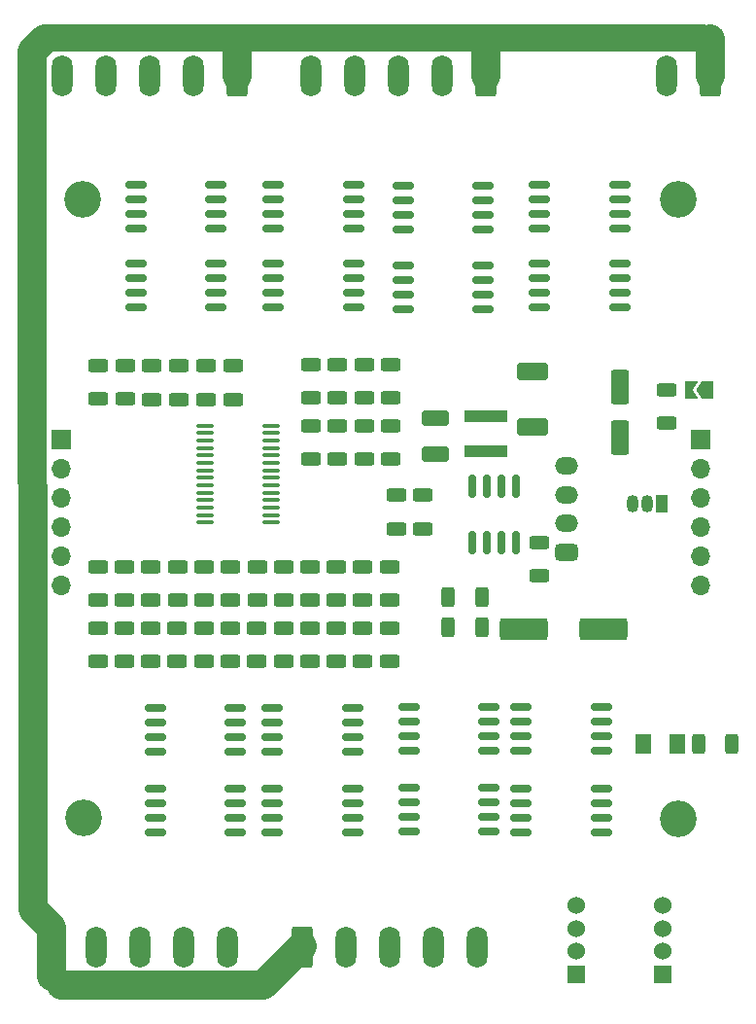
<source format=gts>
G04 #@! TF.GenerationSoftware,KiCad,Pcbnew,8.0.5*
G04 #@! TF.CreationDate,2024-10-29T22:07:05+01:00*
G04 #@! TF.ProjectId,pwm_i2c,70776d5f-6932-4632-9e6b-696361645f70,rev?*
G04 #@! TF.SameCoordinates,Original*
G04 #@! TF.FileFunction,Soldermask,Top*
G04 #@! TF.FilePolarity,Negative*
%FSLAX46Y46*%
G04 Gerber Fmt 4.6, Leading zero omitted, Abs format (unit mm)*
G04 Created by KiCad (PCBNEW 8.0.5) date 2024-10-29 22:07:05*
%MOMM*%
%LPD*%
G01*
G04 APERTURE LIST*
G04 Aperture macros list*
%AMRoundRect*
0 Rectangle with rounded corners*
0 $1 Rounding radius*
0 $2 $3 $4 $5 $6 $7 $8 $9 X,Y pos of 4 corners*
0 Add a 4 corners polygon primitive as box body*
4,1,4,$2,$3,$4,$5,$6,$7,$8,$9,$2,$3,0*
0 Add four circle primitives for the rounded corners*
1,1,$1+$1,$2,$3*
1,1,$1+$1,$4,$5*
1,1,$1+$1,$6,$7*
1,1,$1+$1,$8,$9*
0 Add four rect primitives between the rounded corners*
20,1,$1+$1,$2,$3,$4,$5,0*
20,1,$1+$1,$4,$5,$6,$7,0*
20,1,$1+$1,$6,$7,$8,$9,0*
20,1,$1+$1,$8,$9,$2,$3,0*%
%AMFreePoly0*
4,1,6,1.000000,0.000000,0.500000,-0.750000,-0.500000,-0.750000,-0.500000,0.750000,0.500000,0.750000,1.000000,0.000000,1.000000,0.000000,$1*%
%AMFreePoly1*
4,1,6,0.500000,-0.750000,-0.650000,-0.750000,-0.150000,0.000000,-0.650000,0.750000,0.500000,0.750000,0.500000,-0.750000,0.500000,-0.750000,$1*%
G04 Aperture macros list end*
%ADD10C,2.500000*%
%ADD11C,2.400000*%
%ADD12C,0.100000*%
%ADD13RoundRect,0.150000X-0.800000X-0.150000X0.800000X-0.150000X0.800000X0.150000X-0.800000X0.150000X0*%
%ADD14RoundRect,0.250000X-0.625000X0.312500X-0.625000X-0.312500X0.625000X-0.312500X0.625000X0.312500X0*%
%ADD15R,1.524000X1.524000*%
%ADD16C,1.524000*%
%ADD17RoundRect,0.250000X1.100000X-0.500000X1.100000X0.500000X-1.100000X0.500000X-1.100000X-0.500000X0*%
%ADD18FreePoly0,180.000000*%
%ADD19FreePoly1,180.000000*%
%ADD20R,1.700000X1.700000*%
%ADD21O,1.700000X1.700000*%
%ADD22RoundRect,0.250000X0.650000X1.550000X-0.650000X1.550000X-0.650000X-1.550000X0.650000X-1.550000X0*%
%ADD23O,1.800000X3.600000*%
%ADD24RoundRect,0.250000X0.625000X-0.312500X0.625000X0.312500X-0.625000X0.312500X-0.625000X-0.312500X0*%
%ADD25RoundRect,0.250000X0.312500X0.625000X-0.312500X0.625000X-0.312500X-0.625000X0.312500X-0.625000X0*%
%ADD26RoundRect,0.100000X-0.637500X-0.100000X0.637500X-0.100000X0.637500X0.100000X-0.637500X0.100000X0*%
%ADD27RoundRect,0.250000X-0.650000X-1.550000X0.650000X-1.550000X0.650000X1.550000X-0.650000X1.550000X0*%
%ADD28C,3.200000*%
%ADD29RoundRect,0.150000X0.800000X0.150000X-0.800000X0.150000X-0.800000X-0.150000X0.800000X-0.150000X0*%
%ADD30RoundRect,0.150000X-0.150000X0.825000X-0.150000X-0.825000X0.150000X-0.825000X0.150000X0.825000X0*%
%ADD31RoundRect,0.250000X-0.925000X0.412500X-0.925000X-0.412500X0.925000X-0.412500X0.925000X0.412500X0*%
%ADD32RoundRect,0.250000X0.550000X-1.250000X0.550000X1.250000X-0.550000X1.250000X-0.550000X-1.250000X0*%
%ADD33R,3.700000X1.100000*%
%ADD34R,1.050000X1.500000*%
%ADD35O,1.050000X1.500000*%
%ADD36RoundRect,0.375000X0.625000X-0.375000X0.625000X0.375000X-0.625000X0.375000X-0.625000X-0.375000X0*%
%ADD37O,2.000000X1.500000*%
%ADD38RoundRect,0.250001X-0.462499X-0.624999X0.462499X-0.624999X0.462499X0.624999X-0.462499X0.624999X0*%
%ADD39RoundRect,0.250000X-1.825000X-0.700000X1.825000X-0.700000X1.825000X0.700000X-1.825000X0.700000X0*%
G04 APERTURE END LIST*
D10*
X70700000Y-28300000D02*
X70700000Y-25300000D01*
D11*
X111300000Y-25000000D02*
X54100000Y-25000000D01*
D10*
X52900000Y-26200000D02*
X54000000Y-25100000D01*
X53000000Y-100900000D02*
X54600000Y-102500000D01*
D12*
X54600000Y-25000000D02*
X52900000Y-26400000D01*
D10*
X54600000Y-102500000D02*
X54600000Y-106700000D01*
D12*
X54600000Y-25000000D02*
X53000000Y-26300000D01*
X112100000Y-28500000D02*
X112000000Y-25100000D01*
X54600000Y-106700000D02*
X55400000Y-107500000D01*
D10*
X55400000Y-107500000D02*
X72800000Y-107500000D01*
X52900000Y-26400000D02*
X53000000Y-100800000D01*
X92400000Y-28300000D02*
X92400000Y-25400000D01*
X73000000Y-107500000D02*
X76400000Y-104100000D01*
X112000000Y-28300000D02*
X112000000Y-25100000D01*
D13*
X73900000Y-37830000D03*
X73900000Y-39100000D03*
X73900000Y-40370000D03*
X73900000Y-41640000D03*
X80900000Y-41640000D03*
X80900000Y-40370000D03*
X80900000Y-39100000D03*
X80900000Y-37830000D03*
D14*
X65542855Y-71075000D03*
X65542855Y-74000000D03*
D13*
X97100000Y-37790000D03*
X97100000Y-39060000D03*
X97100000Y-40330000D03*
X97100000Y-41600000D03*
X104100000Y-41600000D03*
X104100000Y-40330000D03*
X104100000Y-39060000D03*
X104100000Y-37790000D03*
D15*
X107850000Y-106550000D03*
D16*
X107850000Y-104550000D03*
X107850000Y-102550000D03*
X107850000Y-100550000D03*
D14*
X67857140Y-71075000D03*
X67857140Y-74000000D03*
D13*
X73900000Y-44700000D03*
X73900000Y-45970000D03*
X73900000Y-47240000D03*
X73900000Y-48510000D03*
X80900000Y-48510000D03*
X80900000Y-47240000D03*
X80900000Y-45970000D03*
X80900000Y-44700000D03*
D14*
X77072720Y-76400000D03*
X77072720Y-79325000D03*
X79381810Y-76400000D03*
X79381810Y-79325000D03*
X86900000Y-64837500D03*
X86900000Y-67762500D03*
X60909090Y-76400000D03*
X60909090Y-79325000D03*
X60960000Y-53537500D03*
X60960000Y-56462500D03*
D17*
X96500000Y-58900000D03*
X96500000Y-54100000D03*
D18*
X111750000Y-55700000D03*
D19*
X110300000Y-55700000D03*
D14*
X70145450Y-76400000D03*
X70145450Y-79325000D03*
X63228570Y-71075000D03*
X63228570Y-74000000D03*
D20*
X55375000Y-59975000D03*
D21*
X55375000Y-62515000D03*
X55375000Y-65055000D03*
X55375000Y-67595000D03*
X55375000Y-70135000D03*
X55375000Y-72675000D03*
D13*
X85700000Y-90300000D03*
X85700000Y-91570000D03*
X85700000Y-92840000D03*
X85700000Y-94110000D03*
X92700000Y-94110000D03*
X92700000Y-92840000D03*
X92700000Y-91570000D03*
X92700000Y-90300000D03*
D14*
X67836360Y-76400000D03*
X67836360Y-79325000D03*
X81690900Y-76400000D03*
X81690900Y-79325000D03*
D22*
X92390000Y-28350000D03*
D23*
X88580000Y-28350000D03*
X84770000Y-28350000D03*
X80960000Y-28350000D03*
X77150000Y-28350000D03*
D24*
X77200000Y-56362500D03*
X77200000Y-53437500D03*
D20*
X111125000Y-59975000D03*
D21*
X111125000Y-62515000D03*
X111125000Y-65055000D03*
X111125000Y-67595000D03*
X111125000Y-70135000D03*
X111125000Y-72675000D03*
D14*
X81700000Y-71075000D03*
X81700000Y-74000000D03*
X63218180Y-76400000D03*
X63218180Y-79325000D03*
D25*
X92062500Y-73700000D03*
X89137500Y-73700000D03*
D26*
X67937500Y-58775000D03*
X67937500Y-59425000D03*
X67937500Y-60075000D03*
X67937500Y-60725000D03*
X67937500Y-61375000D03*
X67937500Y-62025000D03*
X67937500Y-62675000D03*
X67937500Y-63325000D03*
X67937500Y-63975000D03*
X67937500Y-64625000D03*
X67937500Y-65275000D03*
X67937500Y-65925000D03*
X67937500Y-66575000D03*
X67937500Y-67225000D03*
X73662500Y-67225000D03*
X73662500Y-66575000D03*
X73662500Y-65925000D03*
X73662500Y-65275000D03*
X73662500Y-64625000D03*
X73662500Y-63975000D03*
X73662500Y-63325000D03*
X73662500Y-62675000D03*
X73662500Y-62025000D03*
X73662500Y-61375000D03*
X73662500Y-60725000D03*
X73662500Y-60075000D03*
X73662500Y-59425000D03*
X73662500Y-58775000D03*
D27*
X54610000Y-104150000D03*
D23*
X58420000Y-104150000D03*
X62230000Y-104150000D03*
X66040000Y-104150000D03*
X69850000Y-104150000D03*
D14*
X65680000Y-53575000D03*
X65680000Y-56500000D03*
D28*
X109200000Y-39100000D03*
D14*
X68040000Y-53575000D03*
X68040000Y-56500000D03*
X72454540Y-76400000D03*
X72454540Y-79325000D03*
D24*
X81800000Y-61725000D03*
X81800000Y-58800000D03*
D14*
X58600000Y-71075000D03*
X58600000Y-74000000D03*
D29*
X102500000Y-87115000D03*
X102500000Y-85845000D03*
X102500000Y-84575000D03*
X102500000Y-83305000D03*
X95500000Y-83305000D03*
X95500000Y-84575000D03*
X95500000Y-85845000D03*
X95500000Y-87115000D03*
D15*
X100315000Y-106550000D03*
D16*
X100315000Y-104550000D03*
X100315000Y-102550000D03*
X100315000Y-100550000D03*
D13*
X97100000Y-44700000D03*
X97100000Y-45970000D03*
X97100000Y-47240000D03*
X97100000Y-48510000D03*
X104100000Y-48510000D03*
X104100000Y-47240000D03*
X104100000Y-45970000D03*
X104100000Y-44700000D03*
D30*
X95005000Y-64025000D03*
X93735000Y-64025000D03*
X92465000Y-64025000D03*
X91195000Y-64025000D03*
X91195000Y-68975000D03*
X92465000Y-68975000D03*
X93735000Y-68975000D03*
X95005000Y-68975000D03*
D14*
X63320000Y-53575000D03*
X63320000Y-56500000D03*
D24*
X77200000Y-61725000D03*
X77200000Y-58800000D03*
D14*
X72485710Y-71075000D03*
X72485710Y-74000000D03*
D24*
X108200000Y-58562500D03*
X108200000Y-55637500D03*
D14*
X74763630Y-76400000D03*
X74763630Y-79325000D03*
X84000000Y-76400000D03*
X84000000Y-79325000D03*
D29*
X80800000Y-94205000D03*
X80800000Y-92935000D03*
X80800000Y-91665000D03*
X80800000Y-90395000D03*
X73800000Y-90395000D03*
X73800000Y-91665000D03*
X73800000Y-92935000D03*
X73800000Y-94205000D03*
D31*
X88000000Y-58162500D03*
X88000000Y-61237500D03*
D32*
X104100000Y-59800000D03*
X104100000Y-55400000D03*
D24*
X81800000Y-56362500D03*
X81800000Y-53437500D03*
D29*
X80800000Y-87205000D03*
X80800000Y-85935000D03*
X80800000Y-84665000D03*
X80800000Y-83395000D03*
X73800000Y-83395000D03*
X73800000Y-84665000D03*
X73800000Y-85935000D03*
X73800000Y-87205000D03*
D14*
X60914285Y-71075000D03*
X60914285Y-74000000D03*
D33*
X92400000Y-61000000D03*
X92400000Y-58000000D03*
D14*
X74800000Y-71075000D03*
X74800000Y-74000000D03*
D24*
X84100000Y-56362500D03*
X84100000Y-53437500D03*
D34*
X107740000Y-65600000D03*
D35*
X106470000Y-65600000D03*
X105200000Y-65600000D03*
D24*
X84100000Y-61725000D03*
X84100000Y-58800000D03*
D29*
X92200000Y-48610000D03*
X92200000Y-47340000D03*
X92200000Y-46070000D03*
X92200000Y-44800000D03*
X85200000Y-44800000D03*
X85200000Y-46070000D03*
X85200000Y-47340000D03*
X85200000Y-48610000D03*
D24*
X79500000Y-56362500D03*
X79500000Y-53437500D03*
D13*
X63600000Y-90395000D03*
X63600000Y-91665000D03*
X63600000Y-92935000D03*
X63600000Y-94205000D03*
X70600000Y-94205000D03*
X70600000Y-92935000D03*
X70600000Y-91665000D03*
X70600000Y-90395000D03*
D28*
X57300000Y-39100000D03*
D14*
X84000000Y-71075000D03*
X84000000Y-74000000D03*
D29*
X102500000Y-94205000D03*
X102500000Y-92935000D03*
X102500000Y-91665000D03*
X102500000Y-90395000D03*
X95500000Y-90395000D03*
X95500000Y-91665000D03*
X95500000Y-92935000D03*
X95500000Y-94205000D03*
X92200000Y-41710000D03*
X92200000Y-40440000D03*
X92200000Y-39170000D03*
X92200000Y-37900000D03*
X85200000Y-37900000D03*
X85200000Y-39170000D03*
X85200000Y-40440000D03*
X85200000Y-41710000D03*
D14*
X58600000Y-53537500D03*
X58600000Y-56462500D03*
D36*
X99400000Y-69800000D03*
D37*
X99400000Y-67300000D03*
X99400000Y-64800000D03*
X99400000Y-62300000D03*
D14*
X79400000Y-71075000D03*
X79400000Y-74000000D03*
D38*
X106125000Y-86500000D03*
X109100000Y-86500000D03*
D14*
X58600000Y-76400000D03*
X58600000Y-79325000D03*
D29*
X68900000Y-48510000D03*
X68900000Y-47240000D03*
X68900000Y-45970000D03*
X68900000Y-44700000D03*
X61900000Y-44700000D03*
X61900000Y-45970000D03*
X61900000Y-47240000D03*
X61900000Y-48510000D03*
D14*
X70171425Y-71075000D03*
X70171425Y-74000000D03*
D13*
X63600000Y-83395000D03*
X63600000Y-84665000D03*
X63600000Y-85935000D03*
X63600000Y-87205000D03*
X70600000Y-87205000D03*
X70600000Y-85935000D03*
X70600000Y-84665000D03*
X70600000Y-83395000D03*
D29*
X68900000Y-41605000D03*
X68900000Y-40335000D03*
X68900000Y-39065000D03*
X68900000Y-37795000D03*
X61900000Y-37795000D03*
X61900000Y-39065000D03*
X61900000Y-40335000D03*
X61900000Y-41605000D03*
D14*
X84600000Y-64837500D03*
X84600000Y-67762500D03*
D24*
X97100000Y-71862500D03*
X97100000Y-68937500D03*
D28*
X57335393Y-92953512D03*
D39*
X95725000Y-76500000D03*
X102675000Y-76500000D03*
D28*
X109200000Y-93000000D03*
D22*
X70725000Y-28350000D03*
D23*
X66915000Y-28350000D03*
X63105000Y-28350000D03*
X59295000Y-28350000D03*
X55485000Y-28350000D03*
D22*
X112010000Y-28350000D03*
D23*
X108200000Y-28350000D03*
D14*
X77100000Y-71075000D03*
X77100000Y-74000000D03*
X65527270Y-76400000D03*
X65527270Y-79325000D03*
D25*
X113862500Y-86500000D03*
X110937500Y-86500000D03*
D13*
X85700000Y-83300000D03*
X85700000Y-84570000D03*
X85700000Y-85840000D03*
X85700000Y-87110000D03*
X92700000Y-87110000D03*
X92700000Y-85840000D03*
X92700000Y-84570000D03*
X92700000Y-83300000D03*
D25*
X92062500Y-76300000D03*
X89137500Y-76300000D03*
D24*
X79500000Y-61725000D03*
X79500000Y-58800000D03*
D27*
X76385000Y-104150000D03*
D23*
X80195000Y-104150000D03*
X84005000Y-104150000D03*
X87815000Y-104150000D03*
X91625000Y-104150000D03*
D14*
X70400000Y-53575000D03*
X70400000Y-56500000D03*
M02*

</source>
